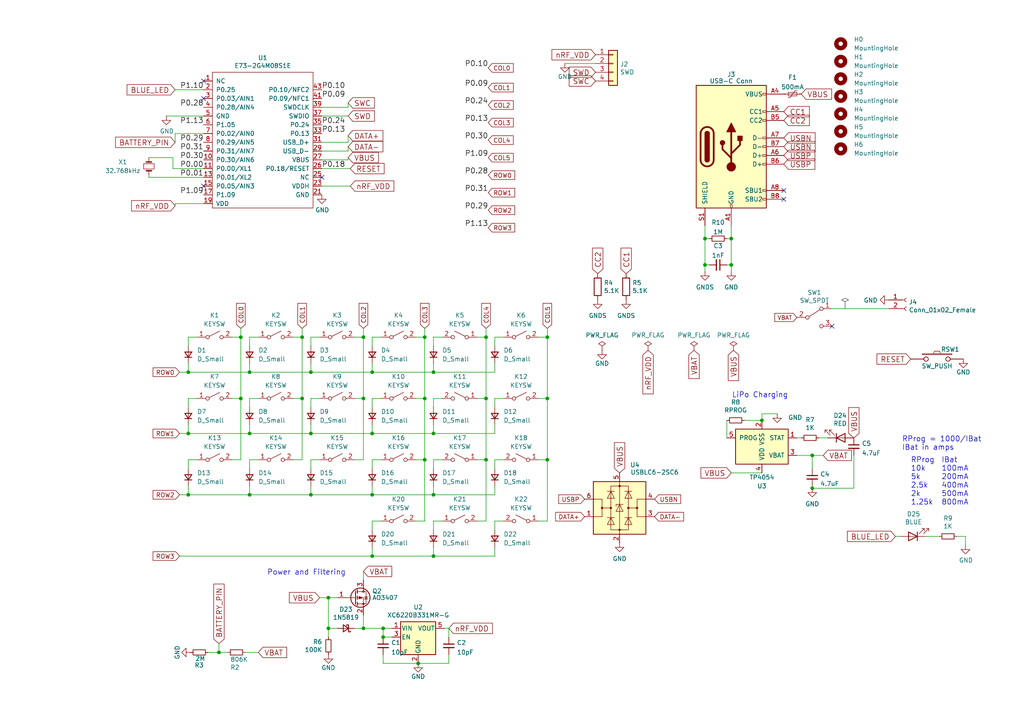
<source format=kicad_sch>
(kicad_sch (version 20230121) (generator eeschema)
  (paper "A4")
  (title_block (title "Skean") (date "2023-03-05") (rev "0.3"))
  (junction (at 235.585 141.605))
  (junction (at 95.25 173.355))
  (junction (at 107.95 107.95) (diameter 0.9144))
  (junction (at 235.585 132.08))
  (junction (at 69.85 97.79) (diameter 0.9144))
  (junction (at 111.125 184.785))
  (junction (at 105.41 182.245))
  (junction (at 54.61 107.95) (diameter 0.9144))
  (junction (at 121.285 192.405))
  (junction (at 72.39 125.73) (diameter 0.9144))
  (junction (at 125.73 143.51) (diameter 0.9144))
  (junction (at 54.61 125.73) (diameter 0.9144))
  (junction (at 204.47 69.215))
  (junction (at 212.09 69.215))
  (junction (at 105.41 115.57) (diameter 0.9144))
  (junction (at 123.19 97.79) (diameter 0.9144))
  (junction (at 69.85 115.57) (diameter 0.9144))
  (junction (at 72.39 143.51) (diameter 0.9144))
  (junction (at 125.73 107.95) (diameter 0.9144))
  (junction (at 87.63 115.57) (diameter 0.9144))
  (junction (at 107.95 143.51) (diameter 0.9144))
  (junction (at 212.09 76.835))
  (junction (at 158.75 97.79) (diameter 0.9144))
  (junction (at 140.97 115.57) (diameter 0.9144))
  (junction (at 54.61 143.51) (diameter 0.9144))
  (junction (at 125.73 125.73) (diameter 0.9144))
  (junction (at 158.75 115.57) (diameter 0.9144))
  (junction (at 87.63 97.79) (diameter 0.9144))
  (junction (at 123.19 115.57) (diameter 0.9144))
  (junction (at 90.17 143.51) (diameter 0.9144))
  (junction (at 105.41 97.79) (diameter 0.9144))
  (junction (at 204.47 76.835))
  (junction (at 95.25 182.245))
  (junction (at 90.17 107.95) (diameter 0.9144))
  (junction (at 123.19 133.35) (diameter 0.9144))
  (junction (at 140.97 97.79) (diameter 0.9144))
  (junction (at 111.125 182.245))
  (junction (at 107.95 125.73) (diameter 0.9144))
  (junction (at 140.97 133.35) (diameter 0.9144))
  (junction (at 220.98 121.92))
  (junction (at 72.39 107.95) (diameter 0.9144))
  (junction (at 107.95 161.29) (diameter 0.9144))
  (junction (at 63.5 189.23))
  (junction (at 90.17 125.73) (diameter 0.9144))
  (junction (at 158.75 133.35) (diameter 0.9144))
  (junction (at 125.73 161.29) (diameter 0.9144))
  (no_connect (at 227.33 55.245))
  (no_connect (at 59.055 53.975))
  (no_connect (at 59.055 28.575))
  (no_connect (at 227.33 57.785))
  (no_connect (at 241.3 94.615))
  (no_connect (at 59.055 23.495))
  (no_connect (at 93.345 51.435))
  (wire (pts (xy 143.51 133.35) (xy 143.51 135.89)))
  (wire (pts (xy 72.39 143.51) (xy 90.17 143.51)))
  (wire (pts (xy 158.75 115.57) (xy 158.75 133.35)))
  (wire (pts (xy 277.495 155.575) (xy 280.035 155.575)))
  (wire (pts (xy 210.82 69.215) (xy 212.09 69.215)))
  (wire (pts (xy 100.965 39.37) (xy 100.965 41.275)))
  (wire (pts (xy 125.73 133.35) (xy 125.73 135.89)))
  (wire (pts (xy 143.51 123.19) (xy 143.51 125.73)))
  (wire (pts (xy 74.93 97.79) (xy 72.39 97.79)))
  (wire (pts (xy 54.61 107.95) (xy 72.39 107.95)))
  (wire (pts (xy 102.87 115.57) (xy 105.41 115.57)))
  (wire (pts (xy 128.27 133.35) (xy 125.73 133.35)))
  (wire (pts (xy 63.5 186.69) (xy 63.5 189.23)))
  (wire (pts (xy 143.51 105.41) (xy 143.51 107.95)))
  (wire (pts (xy 72.39 105.41) (xy 72.39 107.95)))
  (wire (pts (xy 220.98 120.015) (xy 220.98 121.92)))
  (wire (pts (xy 225.425 120.015) (xy 220.98 120.015)))
  (wire (pts (xy 143.51 143.51) (xy 143.51 140.97)))
  (wire (pts (xy 87.63 97.79) (xy 87.63 115.57)))
  (wire (pts (xy 110.49 151.13) (xy 107.95 151.13)))
  (wire (pts (xy 158.75 133.35) (xy 158.75 151.13)))
  (wire (pts (xy 54.61 143.51) (xy 72.39 143.51)))
  (wire (pts (xy 210.82 76.835) (xy 212.09 76.835)))
  (wire (pts (xy 125.73 123.19) (xy 125.73 125.73)))
  (wire (pts (xy 232.41 127) (xy 231.14 127)))
  (wire (pts (xy 54.61 123.19) (xy 54.61 125.73)))
  (wire (pts (xy 54.61 125.73) (xy 72.39 125.73)))
  (wire (pts (xy 125.73 140.97) (xy 125.73 143.51)))
  (wire (pts (xy 125.73 105.41) (xy 125.73 107.95)))
  (wire (pts (xy 241.3 89.535) (xy 257.81 89.535)))
  (wire (pts (xy 87.63 95.25) (xy 87.63 97.79)))
  (wire (pts (xy 95.25 184.785) (xy 95.25 182.245)))
  (wire (pts (xy 52.07 107.95) (xy 54.61 107.95)))
  (wire (pts (xy 172.72 18.415) (xy 163.83 18.415)))
  (wire (pts (xy 105.41 182.245) (xy 111.125 182.245)))
  (wire (pts (xy 123.19 95.25) (xy 123.19 97.79)))
  (wire (pts (xy 143.51 115.57) (xy 143.51 118.11)))
  (wire (pts (xy 102.87 133.35) (xy 105.41 133.35)))
  (wire (pts (xy 158.75 97.79) (xy 158.75 115.57)))
  (wire (pts (xy 140.97 97.79) (xy 140.97 115.57)))
  (wire (pts (xy 120.65 115.57) (xy 123.19 115.57)))
  (wire (pts (xy 90.17 105.41) (xy 90.17 107.95)))
  (wire (pts (xy 128.27 115.57) (xy 125.73 115.57)))
  (wire (pts (xy 105.41 178.435) (xy 105.41 182.245)))
  (wire (pts (xy 138.43 97.79) (xy 140.97 97.79)))
  (wire (pts (xy 107.95 105.41) (xy 107.95 107.95)))
  (wire (pts (xy 158.75 95.25) (xy 158.75 97.79)))
  (wire (pts (xy 100.965 46.355) (xy 93.345 46.355)))
  (wire (pts (xy 107.95 123.19) (xy 107.95 125.73)))
  (wire (pts (xy 235.585 140.97) (xy 235.585 141.605)))
  (wire (pts (xy 123.19 133.35) (xy 123.19 151.13)))
  (wire (pts (xy 110.49 133.35) (xy 107.95 133.35)))
  (wire (pts (xy 140.97 133.35) (xy 140.97 151.13)))
  (wire (pts (xy 72.39 115.57) (xy 72.39 118.11)))
  (wire (pts (xy 156.21 151.13) (xy 158.75 151.13)))
  (wire (pts (xy 85.09 133.35) (xy 87.63 133.35)))
  (wire (pts (xy 128.905 182.245) (xy 130.175 182.245)))
  (wire (pts (xy 120.65 133.35) (xy 123.19 133.35)))
  (wire (pts (xy 107.95 158.75) (xy 107.95 161.29)))
  (wire (pts (xy 72.39 123.19) (xy 72.39 125.73)))
  (wire (pts (xy 50.8 59.055) (xy 59.055 59.055)))
  (wire (pts (xy 54.61 115.57) (xy 54.61 118.11)))
  (wire (pts (xy 50.8 59.055) (xy 50.8 59.69)))
  (wire (pts (xy 92.71 133.35) (xy 90.17 133.35)))
  (wire (pts (xy 111.125 189.865) (xy 111.125 192.405)))
  (wire (pts (xy 130.175 189.865) (xy 130.175 192.405)))
  (wire (pts (xy 107.95 161.29) (xy 125.73 161.29)))
  (wire (pts (xy 204.47 65.405) (xy 204.47 69.215)))
  (wire (pts (xy 63.5 189.23) (xy 60.325 189.23)))
  (wire (pts (xy 93.345 48.895) (xy 101.6 48.895)))
  (wire (pts (xy 43.18 51.435) (xy 59.055 51.435)))
  (wire (pts (xy 215.9 121.92) (xy 220.98 121.92)))
  (wire (pts (xy 111.125 192.405) (xy 121.285 192.405)))
  (wire (pts (xy 54.61 105.41) (xy 54.61 107.95)))
  (wire (pts (xy 143.51 158.75) (xy 143.51 161.29)))
  (wire (pts (xy 102.87 97.79) (xy 105.41 97.79)))
  (wire (pts (xy 212.09 65.405) (xy 212.09 69.215)))
  (wire (pts (xy 212.09 69.215) (xy 212.09 76.835)))
  (wire (pts (xy 212.09 76.835) (xy 212.09 78.74)))
  (wire (pts (xy 120.65 151.13) (xy 123.19 151.13)))
  (wire (pts (xy 54.61 140.97) (xy 54.61 143.51)))
  (wire (pts (xy 120.65 97.79) (xy 123.19 97.79)))
  (wire (pts (xy 69.85 97.79) (xy 69.85 115.57)))
  (wire (pts (xy 111.125 182.245) (xy 113.665 182.245)))
  (wire (pts (xy 107.95 125.73) (xy 125.73 125.73)))
  (wire (pts (xy 146.05 115.57) (xy 143.51 115.57)))
  (wire (pts (xy 107.95 107.95) (xy 125.73 107.95)))
  (wire (pts (xy 67.31 133.35) (xy 69.85 133.35)))
  (wire (pts (xy 52.07 125.73) (xy 54.61 125.73)))
  (wire (pts (xy 107.95 115.57) (xy 107.95 118.11)))
  (wire (pts (xy 50.165 48.895) (xy 59.055 48.895)))
  (wire (pts (xy 110.49 115.57) (xy 107.95 115.57)))
  (wire (pts (xy 138.43 133.35) (xy 140.97 133.35)))
  (wire (pts (xy 74.93 189.23) (xy 71.12 189.23)))
  (wire (pts (xy 67.31 97.79) (xy 69.85 97.79)))
  (wire (pts (xy 125.73 125.73) (xy 143.51 125.73)))
  (wire (pts (xy 138.43 151.13) (xy 140.97 151.13)))
  (wire (pts (xy 100.965 29.845) (xy 100.965 31.115)))
  (wire (pts (xy 130.175 192.405) (xy 121.285 192.405)))
  (wire (pts (xy 105.41 95.25) (xy 105.41 97.79)))
  (wire (pts (xy 204.47 69.215) (xy 204.47 76.835)))
  (wire (pts (xy 204.47 76.835) (xy 204.47 78.74)))
  (wire (pts (xy 204.47 76.835) (xy 205.74 76.835)))
  (wire (pts (xy 125.73 115.57) (xy 125.73 118.11)))
  (wire (pts (xy 93.345 53.975) (xy 101.6 53.975)))
  (wire (pts (xy 43.18 51.435) (xy 43.18 50.8)))
  (wire (pts (xy 85.09 115.57) (xy 87.63 115.57)))
  (wire (pts (xy 90.17 133.35) (xy 90.17 135.89)))
  (wire (pts (xy 156.21 97.79) (xy 158.75 97.79)))
  (wire (pts (xy 146.05 151.13) (xy 143.51 151.13)))
  (wire (pts (xy 125.73 158.75) (xy 125.73 161.29)))
  (wire (pts (xy 52.07 161.29) (xy 107.95 161.29)))
  (wire (pts (xy 125.73 161.29) (xy 143.51 161.29)))
  (wire (pts (xy 247.65 132.08) (xy 247.65 141.605)))
  (wire (pts (xy 247.65 141.605) (xy 235.585 141.605)))
  (wire (pts (xy 90.17 140.97) (xy 90.17 143.51)))
  (wire (pts (xy 72.39 97.79) (xy 72.39 100.33)))
  (wire (pts (xy 110.49 97.79) (xy 107.95 97.79)))
  (wire (pts (xy 100.965 45.72) (xy 100.965 46.355)))
  (wire (pts (xy 57.15 133.35) (xy 54.61 133.35)))
  (wire (pts (xy 90.17 115.57) (xy 90.17 118.11)))
  (wire (pts (xy 125.73 143.51) (xy 143.51 143.51)))
  (wire (pts (xy 90.17 107.95) (xy 107.95 107.95)))
  (wire (pts (xy 240.03 127) (xy 237.49 127)))
  (wire (pts (xy 143.51 97.79) (xy 143.51 100.33)))
  (wire (pts (xy 72.39 107.95) (xy 90.17 107.95)))
  (wire (pts (xy 50.165 45.72) (xy 43.18 45.72)))
  (wire (pts (xy 50.165 48.895) (xy 50.165 45.72)))
  (wire (pts (xy 156.21 133.35) (xy 158.75 133.35)))
  (wire (pts (xy 72.39 133.35) (xy 72.39 135.89)))
  (wire (pts (xy 140.97 115.57) (xy 140.97 133.35)))
  (wire (pts (xy 280.035 158.115) (xy 280.035 155.575)))
  (wire (pts (xy 67.31 115.57) (xy 69.85 115.57)))
  (wire (pts (xy 95.25 173.355) (xy 97.79 173.355)))
  (wire (pts (xy 231.14 132.08) (xy 235.585 132.08)))
  (wire (pts (xy 235.585 132.08) (xy 238.76 132.08)))
  (wire (pts (xy 50.8 38.735) (xy 50.8 41.275)))
  (wire (pts (xy 235.585 132.08) (xy 235.585 135.89)))
  (wire (pts (xy 85.09 97.79) (xy 87.63 97.79)))
  (wire (pts (xy 128.27 151.13) (xy 125.73 151.13)))
  (wire (pts (xy 107.95 140.97) (xy 107.95 143.51)))
  (wire (pts (xy 54.61 97.79) (xy 54.61 100.33)))
  (wire (pts (xy 156.21 115.57) (xy 158.75 115.57)))
  (wire (pts (xy 123.19 97.79) (xy 123.19 115.57)))
  (wire (pts (xy 95.25 182.245) (xy 97.79 182.245)))
  (wire (pts (xy 259.715 155.575) (xy 260.985 155.575)))
  (wire (pts (xy 92.71 115.57) (xy 90.17 115.57)))
  (wire (pts (xy 113.665 184.785) (xy 111.125 184.785)))
  (wire (pts (xy 52.07 143.51) (xy 54.61 143.51)))
  (wire (pts (xy 146.05 133.35) (xy 143.51 133.35)))
  (wire (pts (xy 140.97 95.25) (xy 140.97 97.79)))
  (wire (pts (xy 90.17 125.73) (xy 107.95 125.73)))
  (wire (pts (xy 125.73 151.13) (xy 125.73 153.67)))
  (wire (pts (xy 50.8 26.035) (xy 59.055 26.035)))
  (wire (pts (xy 123.19 115.57) (xy 123.19 133.35)))
  (wire (pts (xy 72.39 125.73) (xy 90.17 125.73)))
  (wire (pts (xy 100.965 42.545) (xy 100.965 43.815)))
  (wire (pts (xy 100.965 31.115) (xy 93.345 31.115)))
  (wire (pts (xy 57.15 115.57) (xy 54.61 115.57)))
  (wire (pts (xy 66.04 189.23) (xy 63.5 189.23)))
  (wire (pts (xy 72.39 140.97) (xy 72.39 143.51)))
  (wire (pts (xy 107.95 151.13) (xy 107.95 153.67)))
  (wire (pts (xy 100.965 41.275) (xy 93.345 41.275)))
  (wire (pts (xy 57.15 97.79) (xy 54.61 97.79)))
  (wire (pts (xy 204.47 69.215) (xy 205.74 69.215)))
  (wire (pts (xy 138.43 115.57) (xy 140.97 115.57)))
  (wire (pts (xy 100.965 43.815) (xy 93.345 43.815)))
  (wire (pts (xy 69.85 95.25) (xy 69.85 97.79)))
  (wire (pts (xy 50.8 38.735) (xy 59.055 38.735)))
  (wire (pts (xy 48.26 33.655) (xy 59.055 33.655)))
  (wire (pts (xy 100.965 33.655) (xy 93.345 33.655)))
  (wire (pts (xy 74.93 115.57) (xy 72.39 115.57)))
  (wire (pts (xy 125.73 97.79) (xy 125.73 100.33)))
  (wire (pts (xy 146.05 97.79) (xy 143.51 97.79)))
  (wire (pts (xy 92.71 173.355) (xy 95.25 173.355)))
  (wire (pts (xy 107.95 97.79) (xy 107.95 100.33)))
  (wire (pts (xy 210.82 121.92) (xy 210.82 127)))
  (wire (pts (xy 92.71 97.79) (xy 90.17 97.79)))
  (wire (pts (xy 90.17 97.79) (xy 90.17 100.33)))
  (wire (pts (xy 95.25 182.245) (xy 95.25 173.355)))
  (wire (pts (xy 107.95 133.35) (xy 107.95 135.89)))
  (wire (pts (xy 105.41 115.57) (xy 105.41 133.35)))
  (wire (pts (xy 87.63 115.57) (xy 87.63 133.35)))
  (wire (pts (xy 107.95 143.51) (xy 125.73 143.51)))
  (wire (pts (xy 69.85 115.57) (xy 69.85 133.35)))
  (wire (pts (xy 54.61 133.35) (xy 54.61 135.89)))
  (wire (pts (xy 130.175 182.245) (xy 130.175 184.785)))
  (wire (pts (xy 105.41 165.735) (xy 105.41 168.275)))
  (wire (pts (xy 102.87 182.245) (xy 105.41 182.245)))
  (wire (pts (xy 212.09 137.16) (xy 220.98 137.16)))
  (wire (pts (xy 143.51 151.13) (xy 143.51 153.67)))
  (wire (pts (xy 111.125 184.785) (xy 111.125 182.245)))
  (wire (pts (xy 128.27 97.79) (xy 125.73 97.79)))
  (wire (pts (xy 90.17 143.51) (xy 107.95 143.51)))
  (wire (pts (xy 105.41 97.79) (xy 105.41 115.57)))
  (wire (pts (xy 74.93 133.35) (xy 72.39 133.35)))
  (wire (pts (xy 268.605 155.575) (xy 272.415 155.575)))
  (wire (pts (xy 90.17 123.19) (xy 90.17 125.73)))
  (wire (pts (xy 125.73 107.95) (xy 143.51 107.95)))
  (text "LiPo Charging\n" (at 228.6 115.57 0) (effects (font (size 1.524 1.524)) (justify right bottom)))
  (text "RProg = 1000/IBat\nIBat in amps" (at 261.62 130.81 0) (effects (font (size 1.524 1.524)) (justify left bottom)))
  (text "IBat\n100mA\n200mA\n400mA\n500mA\n800mA" (at 273.05 146.685 0) (effects (font (size 1.524 1.524)) (justify left bottom)))
  (text "Power and Filtering" (at 77.47 167.005 0) (effects (font (size 1.524 1.524)) (justify left bottom)))
  (text "RProg\n10k\n5k\n2.5k\n2k\n1.25k" (at 264.16 146.685 0) (effects (font (size 1.524 1.524)) (justify left bottom)))
  (label "P0.09" (at 141.605 25.4 180) (effects (font (size 1.524 1.524))))
  (label "P0.29" (at 141.605 60.96 180) (effects (font (size 1.524 1.524))))
  (label "P0.31" (at 59.055 43.815 180) (effects (font (size 1.524 1.524))))
  (label "P0.29" (at 59.055 41.275 180) (effects (font (size 1.524 1.524))))
  (label "P0.30" (at 141.605 40.64 180) (effects (font (size 1.524 1.524))))
  (label "P0.28" (at 59.055 31.115 180) (effects (font (size 1.524 1.524))))
  (label "P0.18" (at 93.345 48.895 0) (effects (font (size 1.524 1.524))))
  (label "P1.13" (at 141.605 66.04 180) (effects (font (size 1.524 1.524))))
  (label "P0.01" (at 59.055 51.435 180) (effects (font (size 1.524 1.524))))
  (label "P1.10" (at 59.055 26.035 180) (effects (font (size 1.524 1.524))))
  (label "P0.28" (at 141.605 50.8 180) (effects (font (size 1.524 1.524))))
  (label "P0.10" (at 93.345 26.035 0) (effects (font (size 1.524 1.524))))
  (label "P0.00" (at 59.055 48.895 180) (effects (font (size 1.524 1.524))))
  (label "P0.09" (at 93.345 28.575 0) (effects (font (size 1.524 1.524))))
  (label "P0.31" (at 141.605 55.88 180) (effects (font (size 1.524 1.524))))
  (label "P1.13" (at 59.055 36.195 180) (effects (font (size 1.524 1.524))))
  (label "P0.13" (at 93.345 38.735 0) (effects (font (size 1.524 1.524))))
  (label "P0.24" (at 93.345 36.195 0) (effects (font (size 1.524 1.524))))
  (label "P0.13" (at 141.605 35.56 180) (effects (font (size 1.524 1.524))))
  (label "P0.30" (at 59.055 46.355 180) (effects (font (size 1.524 1.524))))
  (label "P0.24" (at 141.605 30.48 180) (effects (font (size 1.524 1.524))))
  (label "P1.09" (at 59.055 56.515 180) (effects (font (size 1.524 1.524))))
  (label "P0.10" (at 141.605 19.685 180) (effects (font (size 1.524 1.524))))
  (label "P1.09" (at 141.605 45.72 180) (effects (font (size 1.524 1.524))))
  (global_label "VBUS" (shape input) (at 179.705 137.16 90) (effects (font (size 1.524 1.524))) (property "Intersheetrefs" "${INTERSHEET_REFS}" (effects hide)))
  (global_label "BLUE_LED" (shape input) (at 50.8 26.035 180) (effects (font (size 1.524 1.524))) (property "Intersheetrefs" "${INTERSHEET_REFS}" (effects hide)))
  (global_label "VBUS" (shape input) (at 100.965 45.72 0) (effects (font (size 1.524 1.524))) (property "Intersheetrefs" "${INTERSHEET_REFS}" (effects hide)))
  (global_label "ROW2" (shape input) (at 52.07 143.51 180) (property "Intersheetrefs" "${INTERSHEET_REFS}" (effects hide)))
  (global_label "CC1" (shape input) (at 227.33 32.385 0) (effects (font (size 1.524 1.524))) (property "Intersheetrefs" "${INTERSHEET_REFS}" (effects hide)))
  (global_label "USBN" (shape input) (at 189.865 144.78 0) (property "Intersheetrefs" "${INTERSHEET_REFS}" (effects hide)))
  (global_label "COL1" (shape input) (at 87.63 95.25 90) (property "Intersheetrefs" "${INTERSHEET_REFS}" (effects hide)))
  (global_label "VBAT" (shape input) (at 238.76 132.08 0) (effects (font (size 1.524 1.524))) (property "Intersheetrefs" "${INTERSHEET_REFS}" (effects hide)))
  (global_label "ROW1" (shape input) (at 52.07 125.73 180) (property "Intersheetrefs" "${INTERSHEET_REFS}" (effects hide)))
  (global_label "VBAT" (shape input) (at 74.93 189.23 0) (effects (font (size 1.524 1.524))) (property "Intersheetrefs" "${INTERSHEET_REFS}" (effects hide)))
  (global_label "nRF_VDD" (shape input) (at 187.96 101.6 270) (effects (font (size 1.524 1.524))) (property "Intersheetrefs" "${INTERSHEET_REFS}" (effects hide)))
  (global_label "BATTERY_PIN" (shape input) (at 50.8 41.275 180) (effects (font (size 1.524 1.524))) (property "Intersheetrefs" "${INTERSHEET_REFS}" (effects hide)))
  (global_label "BLUE_LED" (shape input) (at 259.715 155.575 180) (effects (font (size 1.524 1.524))) (property "Intersheetrefs" "${INTERSHEET_REFS}" (effects hide)))
  (global_label "CC2" (shape input) (at 173.355 79.375 90) (effects (font (size 1.524 1.524))) (property "Intersheetrefs" "${INTERSHEET_REFS}" (effects hide)))
  (global_label "VBUS" (shape input) (at 247.65 127 90) (effects (font (size 1.524 1.524))) (property "Intersheetrefs" "${INTERSHEET_REFS}" (effects hide)))
  (global_label "COL2" (shape input) (at 141.605 30.48 0) (property "Intersheetrefs" "${INTERSHEET_REFS}" (effects hide)))
  (global_label "RESET" (shape input) (at 264.16 104.14 180) (effects (font (size 1.524 1.524))) (property "Intersheetrefs" "${INTERSHEET_REFS}" (effects hide)))
  (global_label "VBAT" (shape input) (at 231.14 92.075 180) (effects (font (size 1.1938 1.1938))) (property "Intersheetrefs" "${INTERSHEET_REFS}" (effects hide)))
  (global_label "nRF_VDD" (shape input) (at 172.72 15.875 180) (effects (font (size 1.524 1.524))) (property "Intersheetrefs" "${INTERSHEET_REFS}" (effects hide)))
  (global_label "SWD" (shape input) (at 172.72 20.955 180) (effects (font (size 1.524 1.524))) (property "Intersheetrefs" "${INTERSHEET_REFS}" (effects hide)))
  (global_label "ROW2" (shape input) (at 141.605 60.96 0) (property "Intersheetrefs" "${INTERSHEET_REFS}" (effects hide)))
  (global_label "ROW0" (shape input) (at 141.605 50.8 0) (property "Intersheetrefs" "${INTERSHEET_REFS}" (effects hide)))
  (global_label "ROW1" (shape input) (at 141.605 55.88 0) (property "Intersheetrefs" "${INTERSHEET_REFS}" (effects hide)))
  (global_label "SWC" (shape input) (at 172.72 23.495 180) (effects (font (size 1.524 1.524))) (property "Intersheetrefs" "${INTERSHEET_REFS}" (effects hide)))
  (global_label "COL5" (shape input) (at 158.75 95.25 90) (property "Intersheetrefs" "${INTERSHEET_REFS}" (effects hide)))
  (global_label "BATTERY_PIN" (shape input) (at 63.5 186.69 90) (effects (font (size 1.524 1.524))) (property "Intersheetrefs" "${INTERSHEET_REFS}" (effects hide)))
  (global_label "USBP" (shape input) (at 169.545 144.78 180) (property "Intersheetrefs" "${INTERSHEET_REFS}" (effects hide)))
  (global_label "CC1" (shape input) (at 181.61 79.375 90) (effects (font (size 1.524 1.524))) (property "Intersheetrefs" "${INTERSHEET_REFS}" (effects hide)))
  (global_label "CC2" (shape input) (at 227.33 34.925 0) (effects (font (size 1.524 1.524))) (property "Intersheetrefs" "${INTERSHEET_REFS}" (effects hide)))
  (global_label "VBUS" (shape input) (at 92.71 173.355 180) (effects (font (size 1.524 1.524))) (property "Intersheetrefs" "${INTERSHEET_REFS}" (effects hide)))
  (global_label "COL4" (shape input) (at 141.605 40.64 0) (property "Intersheetrefs" "${INTERSHEET_REFS}" (effects hide)))
  (global_label "VBUS" (shape input) (at 212.725 101.6 270) (effects (font (size 1.524 1.524))) (property "Intersheetrefs" "${INTERSHEET_REFS}" (effects hide)))
  (global_label "ROW3" (shape input) (at 52.07 161.29 180) (property "Intersheetrefs" "${INTERSHEET_REFS}" (effects hide)))
  (global_label "VBAT" (shape input) (at 105.41 165.735 0) (effects (font (size 1.524 1.524))) (property "Intersheetrefs" "${INTERSHEET_REFS}" (effects hide)))
  (global_label "DATA-" (shape input) (at 189.865 149.86 0) (property "Intersheetrefs" "${INTERSHEET_REFS}" (effects hide)))
  (global_label "USBP" (shape input) (at 227.33 45.085 0) (effects (font (size 1.524 1.524))) (property "Intersheetrefs" "${INTERSHEET_REFS}" (effects hide)))
  (global_label "DATA+" (shape input) (at 100.965 39.37 0) (effects (font (size 1.524 1.524))) (property "Intersheetrefs" "${INTERSHEET_REFS}" (effects hide)))
  (global_label "VBAT" (shape input) (at 201.295 101.6 270) (effects (font (size 1.524 1.524))) (property "Intersheetrefs" "${INTERSHEET_REFS}" (effects hide)))
  (global_label "COL2" (shape input) (at 105.41 95.25 90) (property "Intersheetrefs" "${INTERSHEET_REFS}" (effects hide)))
  (global_label "ROW0" (shape input) (at 52.07 107.95 180) (property "Intersheetrefs" "${INTERSHEET_REFS}" (effects hide)))
  (global_label "USBN" (shape input) (at 227.33 40.005 0) (effects (font (size 1.524 1.524))) (property "Intersheetrefs" "${INTERSHEET_REFS}" (effects hide)))
  (global_label "DATA+" (shape input) (at 169.545 149.86 180) (property "Intersheetrefs" "${INTERSHEET_REFS}" (effects hide)))
  (global_label "SWC" (shape input) (at 100.965 29.845 0) (effects (font (size 1.524 1.524))) (property "Intersheetrefs" "${INTERSHEET_REFS}" (effects hide)))
  (global_label "RESET" (shape input) (at 101.6 48.895 0) (effects (font (size 1.524 1.524))) (property "Intersheetrefs" "${INTERSHEET_REFS}" (effects hide)))
  (global_label "COL1" (shape input) (at 141.605 25.4 0) (property "Intersheetrefs" "${INTERSHEET_REFS}" (effects hide)))
  (global_label "COL3" (shape input) (at 123.19 95.25 90) (property "Intersheetrefs" "${INTERSHEET_REFS}" (effects hide)))
  (global_label "nRF_VDD" (shape input) (at 101.6 53.975 0) (effects (font (size 1.524 1.524))) (property "Intersheetrefs" "${INTERSHEET_REFS}" (effects hide)))
  (global_label "COL3" (shape input) (at 141.605 35.56 0) (property "Intersheetrefs" "${INTERSHEET_REFS}" (effects hide)))
  (global_label "VBUS" (shape input) (at 232.41 27.305 0) (effects (font (size 1.524 1.524))) (property "Intersheetrefs" "${INTERSHEET_REFS}" (effects hide)))
  (global_label "USBN" (shape input) (at 227.33 42.545 0) (effects (font (size 1.524 1.524))) (property "Intersheetrefs" "${INTERSHEET_REFS}" (effects hide)))
  (global_label "ROW3" (shape input) (at 141.605 66.04 0) (property "Intersheetrefs" "${INTERSHEET_REFS}" (effects hide)))
  (global_label "USBP" (shape input) (at 227.33 47.625 0) (effects (font (size 1.524 1.524))) (property "Intersheetrefs" "${INTERSHEET_REFS}" (effects hide)))
  (global_label "SWD" (shape input) (at 100.965 33.655 0) (effects (font (size 1.524 1.524))) (property "Intersheetrefs" "${INTERSHEET_REFS}" (effects hide)))
  (global_label "COL4" (shape input) (at 140.97 95.25 90) (property "Intersheetrefs" "${INTERSHEET_REFS}" (effects hide)))
  (global_label "nRF_VDD" (shape input) (at 130.175 182.245 0) (effects (font (size 1.524 1.524))) (property "Intersheetrefs" "${INTERSHEET_REFS}" (effects hide)))
  (global_label "COL5" (shape input) (at 141.605 45.72 0) (property "Intersheetrefs" "${INTERSHEET_REFS}" (effects hide)))
  (global_label "nRF_VDD" (shape input) (at 50.8 59.69 180) (effects (font (size 1.524 1.524))) (property "Intersheetrefs" "${INTERSHEET_REFS}" (effects hide)))
  (global_label "DATA-" (shape input) (at 100.965 42.545 0) (effects (font (size 1.524 1.524))) (property "Intersheetrefs" "${INTERSHEET_REFS}" (effects hide)))
  (global_label "VBUS" (shape input) (at 212.09 137.16 180) (effects (font (size 1.524 1.524))) (property "Intersheetrefs" "${INTERSHEET_REFS}" (effects hide)))
  (global_label "COL0" (shape input) (at 141.605 19.685 0) (property "Intersheetrefs" "${INTERSHEET_REFS}" (effects hide)))
  (global_label "COL0" (shape input) (at 69.85 95.25 90) (property "Intersheetrefs" "${INTERSHEET_REFS}" (effects hide)))
  (netclass_flag "" (length 2.54) (shape diamond) (at 245.11 89.535 0) (property "Netclass" "PWR" (effects hide)))
  (symbol (lib_id "Switch:SW_SPDT") (at 236.22 92.075 0) (unit 1)
    (property "Reference" "SW1" (at 236.22 84.836 0))
    (property "Value" "SW_SPDT" (at 236.22 87.1474 0))
    (property "Footprint" "kbd:SW_SPDT+H-MSK12C01_hor(7pin_SMD)_REV" (effects hide))
  )
  (symbol (lib_id "Device:R_Small") (at 68.58 189.23 270) (unit 1)
    (property "Reference" "R2" (at 66.802 193.5734 90) (effects (justify left)))
    (property "Value" "806K" (at 66.802 191.262 90) (effects (justify left)))
    (property "Footprint" "kbd:R_0603_1608Metric_REV" (effects hide))
  )
  (symbol (lib_id "Device:R") (at 181.61 83.185 0) (unit 1)
    (property "Reference" "R5" (at 183.388 82.0166 0) (effects (justify left)))
    (property "Value" "5.1K" (at 183.388 84.328 0) (effects (justify left)))
    (property "Footprint" "kbd:R_0603_1608Metric_REV" (effects hide))
  )
  (symbol (lib_id "Device:R") (at 173.355 83.185 0) (unit 1)
    (property "Reference" "R4" (at 175.133 82.0166 0) (effects (justify left)))
    (property "Value" "5.1K" (at 175.133 84.328 0) (effects (justify left)))
    (property "Footprint" "kbd:R_0603_1608Metric_REV" (effects hide))
  )
  (symbol (lib_id "Keyboard_Components:KEYSW") (at 115.57 97.79 0) (unit 1)
    (property "Reference" "K4" (at 115.57 91.44 0))
    (property "Value" "KEYSW" (at 115.57 93.98 0))
    (property "Footprint" "kbd:MX-Alps-Omron-SKCC-Hitek-Futaba-MA-1U-REV" (effects hide))
  )
  (symbol (lib_id "power:PWR_FLAG") (at 174.625 101.6 0) (unit 1)
    (property "Reference" "#FLG01" (effects hide))
    (property "Value" "PWR_FLAG" (at 174.625 97.2058 0))
  )
  (symbol (lib_id "Device:D_Small") (at 72.39 120.65 90) (unit 1)
    (property "Reference" "D8" (at 74.93 119.38 90) (effects (justify right)))
    (property "Value" "D_Small" (at 74.93 121.92 90) (effects (justify right)))
    (property "Footprint" "kbd:D3_SMD" (effects hide))
  )
  (symbol (lib_id "Regulator_Linear:AP2112K-3.3") (at 121.285 184.785 0) (unit 1)
    (property "Reference" "U2" (at 121.285 176.0982 0))
    (property "Value" "XC6220B331MR-G" (at 121.285 178.4096 0))
    (property "Footprint" "kbd:SOT-23-5_HandSoldering_REV" (effects hide))
    (property "Datasheet" "https://www.diodes.com/assets/Datasheets/AP2112.pdf" (effects hide))
  )
  (symbol (lib_id "Mechanical:MountingHole") (at 243.84 12.7 0) (unit 1)
    (property "Reference" "H0" (at 247.65 11.43 0) (effects (justify left)))
    (property "Value" "MountingHole" (at 247.65 13.97 0) (effects (justify left)))
    (property "Footprint" "kbd:M2-MountingHole-Standoff" (effects hide))
  )
  (symbol (lib_id "Device:R_Small") (at 213.36 121.92 90) (mirror x) (unit 1)
    (property "Reference" "R8" (at 213.36 116.6622 90))
    (property "Value" "RPROG" (at 213.36 118.9736 90))
    (property "Footprint" "kbd:R_0603_1608Metric_REV" (effects hide))
  )
  (symbol (lib_id "power:GNDS") (at 173.355 86.995 0) (unit 1)
    (property "Reference" "#PWR08" (effects hide))
    (property "Value" "GNDS" (at 173.355 91.5576 0))
  )
  (symbol (lib_id "Device:C_Small") (at 235.585 138.43 0) (unit 1)
    (property "Reference" "C4" (at 237.9092 137.5215 0) (effects (justify left)))
    (property "Value" "4.7uF" (at 237.9092 140.2966 0) (effects (justify left)))
    (property "Footprint" "kbd:C_0603_1608Metric_REV" (effects hide))
    (property "LCSC" "C19666" (effects hide))
  )
  (symbol (lib_id "Power_Protection:USBLC6-2SC6") (at 179.705 147.32 0) (unit 1)
    (property "Reference" "U4" (at 184.15 134.8444 0))
    (property "Value" "USBLC6-2SC6" (at 189.865 136.9845 0))
    (property "Footprint" "kbd:SOT-23-6_Handsoldering_REV" (effects hide))
    (property "Datasheet" "https://www.st.com/resource/en/datasheet/usblc6-2.pdf" (effects hide))
    (property "LCSC" "C558442" (effects hide))
  )
  (symbol (lib_id "Device:C_Small") (at 130.175 187.325 0) (unit 1)
    (property "Reference" "C2" (at 132.4992 186.4165 0) (effects (justify left)))
    (property "Value" "10pF" (at 132.4992 189.1916 0) (effects (justify left)))
    (property "Footprint" "kbd:C_0603_1608Metric_REV" (effects hide))
    (property "LCSC" "C1634" (effects hide))
  )
  (symbol (lib_id "Connector_Generic:Conn_01x04") (at 177.8 18.415 0) (unit 1)
    (property "Reference" "J2" (at 179.832 18.6182 0) (effects (justify left)))
    (property "Value" "SWD" (at 179.832 20.9296 0) (effects (justify left)))
    (property "Footprint" "kbd:connector_swd_REV" (effects hide))
  )
  (symbol (lib_id "Keyboard_Components:KEYSW") (at 80.01 115.57 0) (unit 1)
    (property "Reference" "K8" (at 80.01 109.22 0))
    (property "Value" "KEYSW" (at 80.01 111.76 0))
    (property "Footprint" "kbd:MX-Alps-Omron-SKCC-Hitek-Futaba-MA-1U-REV" (effects hide))
  )
  (symbol (lib_id "Mechanical:MountingHole") (at 243.84 38.1 0) (unit 1)
    (property "Reference" "H5" (at 247.65 36.83 0) (effects (justify left)))
    (property "Value" "MountingHole" (at 247.65 39.37 0) (effects (justify left)))
    (property "Footprint" "kbd:M2-MountingHole-Standoff" (effects hide))
  )
  (symbol (lib_id "Device:D_Small") (at 125.73 120.65 90) (unit 1)
    (property "Reference" "D11" (at 128.27 119.38 90) (effects (justify right)))
    (property "Value" "D_Small" (at 128.27 121.92 90) (effects (justify right)))
    (property "Footprint" "kbd:D3_SMD" (effects hide))
  )
  (symbol (lib_id "power:GND") (at 280.035 158.115 0) (unit 1)
    (property "Reference" "#PWR018" (effects hide))
    (property "Value" "GND" (at 280.162 162.5092 0))
  )
  (symbol (lib_id "Keyboard_Components:KEYSW") (at 151.13 115.57 0) (unit 1)
    (property "Reference" "K12" (at 151.13 109.22 0))
    (property "Value" "KEYSW" (at 151.13 111.76 0))
    (property "Footprint" "kbd:MX-Alps-Omron-SKCC-Hitek-Futaba-MA-1U-REV" (effects hide))
  )
  (symbol (lib_id "power:GND") (at 257.81 86.995 270) (unit 1)
    (property "Reference" "#PWR01" (effects hide))
    (property "Value" "GND" (at 254.5588 87.122 90) (effects (justify right)))
  )
  (symbol (lib_id "Mechanical:MountingHole") (at 243.84 27.94 0) (unit 1)
    (property "Reference" "H3" (at 247.65 26.67 0) (effects (justify left)))
    (property "Value" "MountingHole" (at 247.65 29.21 0) (effects (justify left)))
    (property "Footprint" "kbd:M2-MountingHole-Standoff" (effects hide))
  )
  (symbol (lib_id "power:GND") (at 163.83 18.415 0) (mirror y) (unit 1)
    (property "Reference" "#PWR06" (effects hide))
    (property "Value" "GND" (at 163.83 22.225 0))
  )
  (symbol (lib_id "power:PWR_FLAG") (at 201.295 101.6 0) (unit 1)
    (property "Reference" "#FLG03" (effects hide))
    (property "Value" "PWR_FLAG" (at 201.295 97.2058 0))
  )
  (symbol (lib_id "Device:Q_PMOS_GSD") (at 102.87 173.355 0) (unit 1)
    (property "Reference" "Q2" (at 107.95 171.45 0) (effects (justify left)))
    (property "Value" "AO3407" (at 107.95 173.355 0) (effects (justify left)))
    (property "Footprint" "kbd:SOT-23_Handsoldering_REV" (effects hide))
  )
  (symbol (lib_id "Mechanical:MountingHole") (at 243.84 17.78 0) (unit 1)
    (property "Reference" "H1" (at 247.65 16.51 0) (effects (justify left)))
    (property "Value" "MountingHole" (at 247.65 19.05 0) (effects (justify left)))
    (property "Footprint" "kbd:M2-MountingHole-Standoff" (effects hide))
  )
  (symbol (lib_id "Connector:USB_C_Receptacle_USB2.0") (at 212.09 42.545 0) (unit 1)
    (property "Reference" "J3" (at 212.09 21.59 0))
    (property "Value" "USB-C Conn" (at 212.09 23.495 0))
    (property "Footprint" "kbd:USB-C_C168688_REV_V2" (effects hide))
    (property "Datasheet" "https://www.usb.org/sites/default/files/documents/usb_type-c.zip" (effects hide))
  )
  (symbol (lib_id "Device:D_Small") (at 72.39 102.87 90) (unit 1)
    (property "Reference" "D2" (at 74.93 101.6 90) (effects (justify right)))
    (property "Value" "D_Small" (at 74.93 104.14 90) (effects (justify right)))
    (property "Footprint" "kbd:D3_SMD" (effects hide))
  )
  (symbol (lib_id "power:GND") (at 225.425 120.015 0) (unit 1)
    (property "Reference" "#PWR016" (effects hide))
    (property "Value" "GND" (at 228.6 121.0944 0) (effects (justify left)))
  )
  (symbol (lib_id "Device:C_Small") (at 111.125 187.325 0) (unit 1)
    (property "Reference" "C1" (at 113.4492 186.4165 0) (effects (justify left)))
    (property "Value" "10pF" (at 113.4492 189.1916 0) (effects (justify left)))
    (property "Footprint" "kbd:C_0603_1608Metric_REV" (effects hide))
    (property "LCSC" "C1634" (effects hide))
  )
  (symbol (lib_id "Device:D_Small") (at 90.17 138.43 90) (unit 1)
    (property "Reference" "D15" (at 92.71 137.16 90) (effects (justify right)))
    (property "Value" "D_Small" (at 92.71 139.7 90) (effects (justify right)))
    (property "Footprint" "kbd:D3_SMD" (effects hide))
  )
  (symbol (lib_id "power:GND") (at 235.585 141.605 0) (unit 1)
    (property "Reference" "#PWR017" (effects hide))
    (property "Value" "GND" (at 235.585 146.1676 0))
  )
  (symbol (lib_id "Device:D_Small") (at 143.51 120.65 90) (unit 1)
    (property "Reference" "D12" (at 146.05 119.38 90) (effects (justify right)))
    (property "Value" "D_Small" (at 146.05 121.92 90) (effects (justify right)))
    (property "Footprint" "kbd:D3_SMD" (effects hide))
  )
  (symbol (lib_id "power:GND") (at 95.25 189.865 0) (unit 1)
    (property "Reference" "#PWR013" (effects hide))
    (property "Value" "GND" (at 95.25 193.675 0))
  )
  (symbol (lib_id "Keyboard_Components:KEYSW") (at 115.57 151.13 0) (unit 1)
    (property "Reference" "K20" (at 115.57 144.78 0))
    (property "Value" "KEYSW" (at 115.57 147.32 0))
    (property "Footprint" "kbd:MX-Alps-Omron-SKCC-Hitek-Futaba-MA-1U-REV" (effects hide))
  )
  (symbol (lib_id "Mechanical:MountingHole") (at 243.84 22.86 0) (unit 1)
    (property "Reference" "H2" (at 247.65 21.59 0) (effects (justify left)))
    (property "Value" "MountingHole" (at 247.65 24.13 0) (effects (justify left)))
    (property "Footprint" "kbd:M2-MountingHole-Standoff" (effects hide))
  )
  (symbol (lib_id "Mechanical:MountingHole") (at 243.84 43.18 0) (unit 1)
    (property "Reference" "H6" (at 247.65 41.91 0) (effects (justify left)))
    (property "Value" "MountingHole" (at 247.65 44.45 0) (effects (justify left)))
    (property "Footprint" "kbd:M2-MountingHole-Standoff" (effects hide))
  )
  (symbol (lib_id "power:GND") (at 179.705 157.48 0) (unit 1)
    (property "Reference" "#PWR09" (effects hide))
    (property "Value" "GND" (at 179.705 162.0426 0))
  )
  (symbol (lib_id "Device:D_Small") (at 125.73 138.43 90) (unit 1)
    (property "Reference" "D17" (at 128.27 137.16 90) (effects (justify right)))
    (property "Value" "D_Small" (at 128.27 139.7 90) (effects (justify right)))
    (property "Footprint" "kbd:D3_SMD" (effects hide))
  )
  (symbol (lib_id "Device:D_Small") (at 125.73 156.21 90) (unit 1)
    (property "Reference" "D21" (at 128.27 154.94 90) (effects (justify right)))
    (property "Value" "D_Small" (at 128.27 157.48 90) (effects (justify right)))
    (property "Footprint" "kbd:D3_SMD" (effects hide))
  )
  (symbol (lib_id "Device:LED") (at 243.84 127 0) (mirror x) (unit 1)
    (property "Reference" "D24" (at 243.6622 120.523 0))
    (property "Value" "RED" (at 243.6622 122.8344 0))
    (property "Footprint" "kbd:LED_0603_1608Metric_REV" (effects hide))
  )
  (symbol (lib_id "power:GND") (at 121.285 192.405 0) (unit 1)
    (property "Reference" "#PWR014" (effects hide))
    (property "Value" "GND" (at 121.285 196.215 0))
  )
  (symbol (lib_id "Keyboard_Components:KEYSW") (at 133.35 151.13 0) (unit 1)
    (property "Reference" "K21" (at 133.35 144.78 0))
    (property "Value" "KEYSW" (at 133.35 147.32 0))
    (property "Footprint" "kbd:MX-Alps-Omron-SKCC-Hitek-Futaba-MA-1U-REV" (effects hide))
  )
  (symbol (lib_id "Device:D_Small") (at 125.73 102.87 90) (unit 1)
    (property "Reference" "D5" (at 128.27 101.6 90) (effects (justify right)))
    (property "Value" "D_Small" (at 128.27 104.14 90) (effects (justify right)))
    (property "Footprint" "kbd:D3_SMD" (effects hide))
  )
  (symbol (lib_id "power:GND") (at 48.26 33.655 0) (unit 1)
    (property "Reference" "#PWR03" (effects hide))
    (property "Value" "GND" (at 48.387 38.0492 0))
  )
  (symbol (lib_id "power:GND") (at 174.625 101.6 0) (unit 1)
    (property "Reference" "#PWR011" (effects hide))
    (property "Value" "GND" (at 174.625 105.41 0))
  )
  (symbol (lib_id "power:GND") (at 212.09 78.74 0) (unit 1)
    (property "Reference" "#PWR015" (effects hide))
    (property "Value" "GND" (at 212.09 83.3026 0))
  )
  (symbol (lib_id "Device:Crystal_Small") (at 43.18 48.26 270) (mirror x) (unit 1)
    (property "Reference" "X1" (at 34.29 46.99 90) (effects (justify left)))
    (property "Value" "32.768kHz" (at 30.48 49.53 90) (effects (justify left)))
    (property "Footprint" "kbd:Crystal_SMD_MicroCrystal_CM9V-T1A-2Pin_1.6x1.0mm_HandSoldering_REV" (effects hide))
  )
  (symbol (lib_id "Battery_Management:MCP73831-3-OT") (at 220.98 129.54 0) (mirror x) (unit 1)
    (property "Reference" "U3" (at 220.98 140.97 0))
    (property "Value" "TP4054" (at 220.98 138.43 0))
    (property "Footprint" "kbd:SOT-23-5_HandSoldering_REV" (effects hide))
    (property "Datasheet" "http://ww1.microchip.com/downloads/en/DeviceDoc/20001984g.pdf" (effects hide))
  )
  (symbol (lib_id "Keyboard_Components:KEYSW") (at 62.23 115.57 0) (unit 1)
    (property "Reference" "K7" (at 62.23 109.22 0))
    (property "Value" "KEYSW" (at 62.23 111.76 0))
    (property "Footprint" "kbd:MX-Alps-Omron-SKCC-Hitek-Futaba-MA-1U-REV" (effects hide))
  )
  (symbol (lib_id "power:GND") (at 55.245 189.23 270) (unit 1)
    (property "Reference" "#PWR07" (effects hide))
    (property "Value" "GND" (at 51.435 189.23 0))
  )
  (symbol (lib_id "Keyboard_Components:KEYSW") (at 133.35 133.35 0) (mirror y) (unit 1)
    (property "Reference" "K17" (at 133.35 127 0))
    (property "Value" "KEYSW" (at 133.35 129.54 0))
    (property "Footprint" "kbd:MX-Alps-Omron-SKCC-Hitek-Futaba-MA-1U-REV" (effects hide))
  )
  (symbol (lib_id "Device:D_Small") (at 90.17 120.65 90) (unit 1)
    (property "Reference" "D9" (at 92.71 119.38 90) (effects (justify right)))
    (property "Value" "D_Small" (at 92.71 121.92 90) (effects (justify right)))
    (property "Footprint" "kbd:D3_SMD" (effects hide))
  )
  (symbol (lib_id "power:PWR_FLAG") (at 187.96 101.6 0) (unit 1)
    (property "Reference" "#FLG02" (effects hide))
    (property "Value" "PWR_FLAG" (at 187.96 97.2058 0))
  )
  (symbol (lib_id "power:GND") (at 93.345 56.515 0) (unit 1)
    (property "Reference" "#PWR04" (effects hide))
    (property "Value" "GND" (at 93.472 60.9092 0))
  )
  (symbol (lib_id "Keyboard_Components:KEYSW") (at 133.35 115.57 0) (mirror y) (unit 1)
    (property "Reference" "K11" (at 133.35 109.22 0))
    (property "Value" "KEYSW" (at 133.35 111.76 0))
    (property "Footprint" "kbd:MX-Alps-Omron-SKCC-Hitek-Futaba-MA-1U-REV" (effects hide))
  )
  (symbol (lib_id "Device:D_Schottky_Small") (at 100.33 182.245 180) (unit 1)
    (property "Reference" "D23" (at 100.33 176.7586 0))
    (property "Value" "1N5819" (at 100.33 179.07 0))
    (property "Footprint" "kbd:D_SOD-323_HandSoldering_REV" (effects hide))
  )
  (symbol (lib_id "Keyboard_Components:KEYSW") (at 97.79 133.35 0) (unit 1)
    (property "Reference" "K15" (at 97.79 127 0))
    (property "Value" "KEYSW" (at 97.79 129.54 0))
    (property "Footprint" "kbd:MX-Alps-Omron-SKCC-Hitek-Futaba-MA-1U-REV" (effects hide))
  )
  (symbol (lib_id "corne-cherry-rescue:SW_PUSH-kbd-corne-cherry-rescue") (at 271.78 104.14 0) (unit 1)
    (property "Reference" "RSW1" (at 275.59 101.346 0))
    (property "Value" "SW_PUSH" (at 271.78 106.172 0))
    (property "Footprint" "kbd:SW_SPST_EVQP7C_REV" (effects hide))
  )
  (symbol (lib_id "Device:D_Small") (at 90.17 102.87 90) (unit 1)
    (property "Reference" "D3" (at 92.71 101.6 90) (effects (justify right)))
    (property "Value" "D_Small" (at 92.71 104.14 90) (effects (justify right)))
    (property "Footprint" "kbd:D3_SMD" (effects hide))
  )
  (symbol (lib_id "Device:C_Small") (at 247.65 129.54 0) (unit 1)
    (property "Reference" "C5" (at 249.9742 128.6315 0) (effects (justify left)))
    (property "Value" "4.7uF" (at 249.9742 131.4066 0) (effects (justify left)))
    (property "Footprint" "kbd:C_0603_1608Metric_REV" (effects hide))
    (property "LCSC" "C19666" (effects hide))
  )
  (symbol (lib_id "Device:Polyfuse_Small") (at 229.87 27.305 90) (unit 1)
    (property "Reference" "F1" (at 229.87 22.4494 90))
    (property "Value" "500mA" (at 229.87 25.2245 90))
    (property "Footprint" "kbd:Fuse_1206_3216Metric_REV" (effects hide))
    (property "LCSC" "C883122" (effects hide))
  )
  (symbol (lib_id "Keyboard_Components:KEYSW") (at 97.79 97.79 0) (unit 1)
    (property "Reference" "K3" (at 97.79 91.44 0))
    (property "Value" "KEYSW" (at 97.79 93.98 0))
    (property "Footprint" "kbd:MX-Alps-Omron-SKCC-Hitek-Futaba-MA-1U-REV" (effects hide))
  )
  (symbol (lib_id "Keyboard_Components:KEYSW") (at 62.23 133.35 0) (unit 1)
    (property "Reference" "K13" (at 62.23 127 0))
    (property "Value" "KEYSW" (at 62.23 129.54 0))
    (property "Footprint" "kbd:MX-Alps-Omron-SKCC-Hitek-Futaba-MA-1U-REV" (effects hide))
  )
  (symbol (lib_id "Device:R_Small") (at 208.28 69.215 90) (unit 1)
    (property "Reference" "R10" (at 208.28 64.5118 90))
    (property "Value" "1M" (at 208.28 67.2869 90))
    (property "Footprint" "kbd:R_0603_1608Metric_REV" (effects hide))
    (property "LCSC" "C22935" (effects hide))
  )
  (symbol (lib_id "kbd_wl:E73-2G4M08S1E-52833-TOP") (at 76.835 51.435 0) (unit 1)
    (property "Reference" "U1" (at 76.2 16.764 0))
    (property "Value" "E73-2G4M08S1E" (at 76.2 19.0754 0))
    (property "Footprint" "kbd:E73-2G4M08S1E-52833_REV" (effects hide))
  )
  (symbol (lib_id "power:GNDS") (at 204.47 78.74 0) (unit 1)
    (property "Reference" "#PWR012" (effects hide))
    (property "Value" "GNDS" (at 204.47 83.3026 0))
  )
  (symbol (lib_id "power:GND") (at 279.4 104.14 0) (unit 1)
    (property "Reference" "#PWR02" (effects hide))
    (property "Value" "GND" (at 279.4 107.95 0))
  )
  (symbol (lib_id "Device:R_Small") (at 274.955 155.575 90) (unit 1)
    (property "Reference" "R9" (at 274.955 150.3172 90))
    (property "Value" "1K" (at 274.955 152.6286 90))
    (property "Footprint" "kbd:R_0603_1608Metric_REV" (effects hide))
  )
  (symbol (lib_id "Device:R_Small") (at 57.785 189.23 270) (unit 1)
    (property "Reference" "R3" (at 56.4134 192.913 90) (effects (justify left)))
    (property "Value" "2M" (at 56.642 191.008 90) (effects (justify left)))
    (property "Footprint" "kbd:R_0603_1608Metric_REV" (effects hide))
  )
  (symbol (lib_id "Device:R_Small") (at 95.25 187.325 0) (mirror y) (unit 1)
    (property "Reference" "R6" (at 93.472 186.1566 0) (effects (justify left)))
    (property "Value" "100K" (at 93.472 188.468 0) (effects (justify left)))
    (property "Footprint" "kbd:R_0603_1608Metric_REV" (effects hide))
  )
  (symbol (lib_id "Connector:Conn_01x02_Female") (at 262.89 86.995 0) (unit 1)
    (property "Reference" "J4" (at 263.6012 87.6046 0) (effects (justify left)))
    (property "Value" "Conn_01x02_Female" (at 263.6012 89.916 0) (effects (justify left)))
    (property "Footprint" "kbd:Battery_TH" (effects hide))
  )
  (symbol (lib_id "Mechanical:MountingHole") (at 243.84 33.02 0) (unit 1)
    (property "Reference" "H4" (at 247.65 31.75 0) (effects (justify left)))
    (property "Value" "MountingHole" (at 247.65 34.29 0) (effects (justify left)))
    (property "Footprint" "kbd:M2-MountingHole-Standoff" (effects hide))
  )
  (symbol (lib_id "Keyboard_Components:KEYSW") (at 151.13 151.13 0) (mirror y) (unit 1)
    (property "Reference" "K22" (at 151.13 144.78 0))
    (property "Value" "KEYSW" (at 151.13 147.32 0))
    (property "Footprint" "kbd:MX-Alps-Omron-SKCC-Hitek-Futaba-MA-1.5U-REV" (effects hide))
  )
  (symbol (lib_id "Device:D_Small") (at 54.61 120.65 90) (unit 1)
    (property "Reference" "D7" (at 57.15 119.38 90) (effects (justify right)))
    (property "Value" "D_Small" (at 57.15 121.92 90) (effects (justify right)))
    (property "Footprint" "kbd:D3_SMD" (effects hide))
  )
  (symbol (lib_id "Keyboard_Components:KEYSW") (at 62.23 97.79 0) (unit 1)
    (property "Reference" "K1" (at 62.23 91.44 0))
    (property "Value" "KEYSW" (at 62.23 93.98 0))
    (property "Footprint" "kbd:MX-Alps-Omron-SKCC-Hitek-Futaba-MA-1U-REV" (effects hide))
  )
  (symbol (lib_id "Device:D_Small") (at 54.61 102.87 90) (unit 1)
    (property "Reference" "D1" (at 57.15 101.6 90) (effects (justify right)))
    (property "Value" "D_Small" (at 57.15 104.14 90) (effects (justify right)))
    (property "Footprint" "kbd:D3_SMD" (effects hide))
  )
  (symbol (lib_id "Device:R_Small") (at 234.95 127 270) (mirror x) (unit 1)
    (property "Reference" "R7" (at 234.95 121.7422 90))
    (property "Value" "1K" (at 234.95 124.0536 90))
    (property "Footprint" "kbd:R_0603_1608Metric_REV" (effects hide))
  )
  (symbol (lib_id "Keyboard_Components:KEYSW") (at 80.01 97.79 0) (unit 1)
    (property "Reference" "K2" (at 80.01 91.44 0))
    (property "Value" "KEYSW" (at 80.01 93.98 0))
    (property "Footprint" "kbd:MX-Alps-Omron-SKCC-Hitek-Futaba-MA-1U-REV" (effects hide))
  )
  (symbol (lib_id "Keyboard_Components:KEYSW") (at 133.35 97.79 0) (mirror y) (unit 1)
    (property "Reference" "K5" (at 133.35 91.44 0))
    (property "Value" "KEYSW" (at 133.35 93.98 0))
    (property "Footprint" "kbd:MX-Alps-Omron-SKCC-Hitek-Futaba-MA-1U-REV" (effects hide))
  )
  (symbol (lib_id "Keyboard_Components:KEYSW") (at 115.57 133.35 0) (unit 1)
    (property "Reference" "K16" (at 115.57 127 0))
    (property "Value" "KEYSW" (at 115.57 129.54 0))
    (property "Footprint" "kbd:MX-Alps-Omron-SKCC-Hitek-Futaba-MA-1U-REV" (effects hide))
  )
  (symbol (lib_id "Device:D_Small") (at 143.51 138.43 90) (unit 1)
    (property "Reference" "D18" (at 146.05 137.16 90) (effects (justify right)))
    (property "Value" "D_Small" (at 146.05 139.7 90) (effects (justify right)))
    (property "Footprint" "kbd:D3_SMD" (effects hide))
  )
  (symbol (lib_id "Keyboard_Components:KEYSW") (at 151.13 97.79 0) (unit 1)
    (property "Reference" "K6" (at 151.13 91.44 0))
    (property "Value" "KEYSW" (at 151.13 93.98 0))
    (property "Footprint" "kbd:MX-Alps-Omron-SKCC-Hitek-Futaba-MA-1U-REV" (effects hide))
  )
  (symbol (lib_id "Device:D_Small") (at 143.51 156.21 90) (unit 1)
    (property "Reference" "D22" (at 146.05 154.94 90) (effects (justify right)))
    (property "Value" "D_Small" (at 146.05 157.48 90) (effects (justify right)))
    (property "Footprint" "kbd:D3_SMD" (effects hide))
  )
  (symbol (lib_id "Device:D_Small") (at 143.51 102.87 90) (unit 1)
    (property "Reference" "D6" (at 146.05 101.6 90) (effects (justify right)))
    (property "Value" "D_Small" (at 146.05 104.14 90) (effects (justify right)))
    (property "Footprint" "kbd:D3_SMD" (effects hide))
  )
  (symbol (lib_id "Device:D_Small") (at 107.95 102.87 90) (unit 1)
    (property "Reference" "D4" (at 110.49 101.6 90) (effects (justify right)))
    (property "Value" "D_Small" (at 110.49 104.14 90) (effects (justify right)))
    (property "Footprint" "kbd:D3_SMD" (effects hide))
  )
  (symbol (lib_id "Device:C_Small") (at 208.28 76.835 270) (unit 1)
    (property "Reference" "C3" (at 208.28 71.3063 90))
    (property "Value" "1nF" (at 208.28 74.0814 90))
    (property "Footprint" "kbd:C_0603_1608Metric_REV" (effects hide))
    (property "LCSC" "C1588" (effects hide))
  )
  (symbol (lib_id "Device:D_Small") (at 54.61 138.43 90) (unit 1)
    (property "Reference" "D13" (at 57.15 137.16 90) (effects (justify right)))
    (property "Value" "D_Small" (at 57.15 139.7 90) (effects (justify right)))
    (property "Footprint" "kbd:D3_SMD" (effects hide))
  )
  (symbol (lib_id "Device:LED") (at 264.795 155.575 180) (unit 1)
    (property "Reference" "D25" (at 264.9728 149.098 0))
    (property "Value" "BLUE" (at 264.9728 151.4094 0))
    (property "Footprint" "kbd:LED_0603_1608Metric_REV" (effects hide))
  )
  (symbol (lib_id "Keyboard_Components:KEYSW") (at 151.13 133.35 0) (mirror y) (unit 1)
    (property "Reference" "K18" (at 151.13 127 0))
    (property "Value" "KEYSW" (at 151.13 129.54 0))
    (property "Footprint" "kbd:MX-Alps-Omron-SKCC-Inv-Hitek-Futaba-MA-1U-REV" (effects hide))
  )
  (symbol (lib_id "Device:D_Small") (at 72.39 138.43 90) (unit 1)
    (property "Reference" "D14" (at 74.93 137.16 90) (effects (justify right)))
    (property "Value" "D_Small" (at 74.93 139.7 90) (effects (justify right)))
    (property "Footprint" "kbd:D3_SMD" (effects hide))
  )
  (symbol (lib_id "Device:D_Small") (at 107.95 120.65 90) (unit 1)
    (property "Reference" "D10" (at 110.49 119.38 90) (effects (justify right)))
    (property "Value" "D_Small" (at 110.49 121.92 90) (effects (justify right)))
    (property "Footprint" "kbd:D3_SMD" (effects hide))
  )
  (symbol (lib_id "Device:D_Small") (at 107.95 138.43 90) (unit 1)
    (property "Reference" "D16" (at 110.49 137.16 90) (effects (justify right)))
    (property "Value" "D_Small" (at 110.49 139.7 90) (effects (justify right)))
    (property "Footprint" "kbd:D3_SMD" (effects hide))
  )
  (symbol (lib_id "power:PWR_FLAG") (at 212.725 101.6 0) (unit 1)
    (property "Reference" "#FLG04" (effects hide))
    (property "Value" "PWR_FLAG" (at 212.725 97.2058 0))
  )
  (symbol (lib_id "Keyboard_Components:KEYSW") (at 115.57 115.57 0) (unit 1)
    (property "Reference" "K10" (at 115.57 109.22 0))
    (property "Value" "KEYSW" (at 115.57 111.76 0))
    (property "Footprint" "kbd:MX-Alps-Omron-SKCC-Hitek-Futaba-MA-1U-REV" (effects hide))
  )
  (symbol (lib_id "Device:D_Small") (at 107.95 156.21 90) (unit 1)
    (property "Reference" "D20" (at 110.49 154.94 90) (effects (justify right)))
    (property "Value" "D_Small" (at 110.49 157.48 90) (effects (justify right)))
    (property "Footprint" "kbd:D3_SMD" (effects hide))
  )
  (symbol (lib_id "Keyboard_Components:KEYSW") (at 80.01 133.35 0) (unit 1)
    (property "Reference" "K14" (at 80.01 127 0))
    (property "Value" "KEYSW" (at 80.01 129.54 0))
    (property "Footprint" "kbd:MX-Alps-Omron-SKCC-Hitek-Futaba-MA-1U-REV" (effects hide))
  )
  (symbol (lib_id "Keyboard_Components:KEYSW") (at 97.79 115.57 0) (unit 1)
    (property "Reference" "K9" (at 97.79 109.22 0))
    (property "Value" "KEYSW" (at 97.79 111.76 0))
    (property "Footprint" "kbd:MX-Alps-Omron-SKCC-Hitek-Futaba-MA-1U-REV" (effects hide))
  )
  (symbol (lib_id "power:GNDS") (at 181.61 86.995 0) (unit 1)
    (property "Reference" "#PWR010" (effects hide))
    (property "Value" "GNDS" (at 181.61 91.5576 0))
  )
)
</source>
